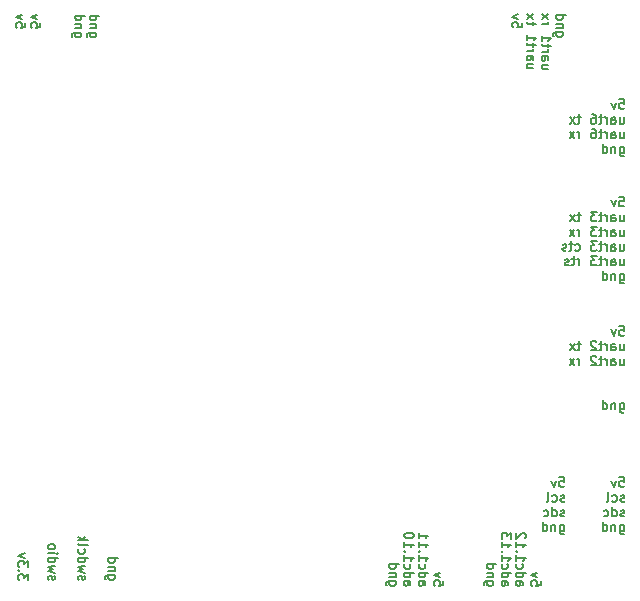
<source format=gbr>
%TF.GenerationSoftware,KiCad,Pcbnew,(6.0.6)*%
%TF.CreationDate,2022-09-02T11:51:31+03:00*%
%TF.ProjectId,FC0,4643302e-6b69-4636-9164-5f7063625858,rev?*%
%TF.SameCoordinates,Original*%
%TF.FileFunction,Legend,Bot*%
%TF.FilePolarity,Positive*%
%FSLAX46Y46*%
G04 Gerber Fmt 4.6, Leading zero omitted, Abs format (unit mm)*
G04 Created by KiCad (PCBNEW (6.0.6)) date 2022-09-02 11:51:31*
%MOMM*%
%LPD*%
G01*
G04 APERTURE LIST*
%ADD10C,0.130000*%
G04 APERTURE END LIST*
D10*
X137625428Y-147972166D02*
X136977809Y-147972166D01*
X136901619Y-148010261D01*
X136863523Y-148048357D01*
X136825428Y-148124547D01*
X136825428Y-148238833D01*
X136863523Y-148315023D01*
X137130190Y-147972166D02*
X137092095Y-148048357D01*
X137092095Y-148200738D01*
X137130190Y-148276928D01*
X137168285Y-148315023D01*
X137244476Y-148353119D01*
X137473047Y-148353119D01*
X137549238Y-148315023D01*
X137587333Y-148276928D01*
X137625428Y-148200738D01*
X137625428Y-148048357D01*
X137587333Y-147972166D01*
X137625428Y-147591214D02*
X137092095Y-147591214D01*
X137549238Y-147591214D02*
X137587333Y-147553119D01*
X137625428Y-147476928D01*
X137625428Y-147362642D01*
X137587333Y-147286452D01*
X137511142Y-147248357D01*
X137092095Y-147248357D01*
X137092095Y-146524547D02*
X137892095Y-146524547D01*
X137130190Y-146524547D02*
X137092095Y-146600738D01*
X137092095Y-146753119D01*
X137130190Y-146829309D01*
X137168285Y-146867404D01*
X137244476Y-146905500D01*
X137473047Y-146905500D01*
X137549238Y-146867404D01*
X137587333Y-146829309D01*
X137625428Y-146753119D01*
X137625428Y-146600738D01*
X137587333Y-146524547D01*
X156608166Y-108677571D02*
X156608166Y-109210904D01*
X156951023Y-108677571D02*
X156951023Y-109096619D01*
X156912928Y-109172809D01*
X156836738Y-109210904D01*
X156722452Y-109210904D01*
X156646261Y-109172809D01*
X156608166Y-109134714D01*
X155884357Y-109210904D02*
X155884357Y-108791857D01*
X155922452Y-108715666D01*
X155998642Y-108677571D01*
X156151023Y-108677571D01*
X156227214Y-108715666D01*
X155884357Y-109172809D02*
X155960547Y-109210904D01*
X156151023Y-109210904D01*
X156227214Y-109172809D01*
X156265309Y-109096619D01*
X156265309Y-109020428D01*
X156227214Y-108944238D01*
X156151023Y-108906142D01*
X155960547Y-108906142D01*
X155884357Y-108868047D01*
X155503404Y-109210904D02*
X155503404Y-108677571D01*
X155503404Y-108829952D02*
X155465309Y-108753761D01*
X155427214Y-108715666D01*
X155351023Y-108677571D01*
X155274833Y-108677571D01*
X155122452Y-108677571D02*
X154817690Y-108677571D01*
X155008166Y-108410904D02*
X155008166Y-109096619D01*
X154970071Y-109172809D01*
X154893880Y-109210904D01*
X154817690Y-109210904D01*
X154208166Y-108410904D02*
X154360547Y-108410904D01*
X154436738Y-108449000D01*
X154474833Y-108487095D01*
X154551023Y-108601380D01*
X154589119Y-108753761D01*
X154589119Y-109058523D01*
X154551023Y-109134714D01*
X154512928Y-109172809D01*
X154436738Y-109210904D01*
X154284357Y-109210904D01*
X154208166Y-109172809D01*
X154170071Y-109134714D01*
X154131976Y-109058523D01*
X154131976Y-108868047D01*
X154170071Y-108791857D01*
X154208166Y-108753761D01*
X154284357Y-108715666D01*
X154436738Y-108715666D01*
X154512928Y-108753761D01*
X154551023Y-108791857D01*
X154589119Y-108868047D01*
X153293880Y-108677571D02*
X152989119Y-108677571D01*
X153179595Y-108410904D02*
X153179595Y-109096619D01*
X153141500Y-109172809D01*
X153065309Y-109210904D01*
X152989119Y-109210904D01*
X152798642Y-109210904D02*
X152379595Y-108677571D01*
X152798642Y-108677571D02*
X152379595Y-109210904D01*
X156570071Y-107160904D02*
X156951023Y-107160904D01*
X156989119Y-107541857D01*
X156951023Y-107503761D01*
X156874833Y-107465666D01*
X156684357Y-107465666D01*
X156608166Y-107503761D01*
X156570071Y-107541857D01*
X156531976Y-107618047D01*
X156531976Y-107808523D01*
X156570071Y-107884714D01*
X156608166Y-107922809D01*
X156684357Y-107960904D01*
X156874833Y-107960904D01*
X156951023Y-107922809D01*
X156989119Y-107884714D01*
X156265309Y-107427571D02*
X156074833Y-107960904D01*
X155884357Y-107427571D01*
X106279095Y-100690071D02*
X106279095Y-101071023D01*
X105898142Y-101109119D01*
X105936238Y-101071023D01*
X105974333Y-100994833D01*
X105974333Y-100804357D01*
X105936238Y-100728166D01*
X105898142Y-100690071D01*
X105821952Y-100651976D01*
X105631476Y-100651976D01*
X105555285Y-100690071D01*
X105517190Y-100728166D01*
X105479095Y-100804357D01*
X105479095Y-100994833D01*
X105517190Y-101071023D01*
X105555285Y-101109119D01*
X106012428Y-100385309D02*
X105479095Y-100194833D01*
X106012428Y-100004357D01*
X149887095Y-147934071D02*
X149887095Y-148315023D01*
X149506142Y-148353119D01*
X149544238Y-148315023D01*
X149582333Y-148238833D01*
X149582333Y-148048357D01*
X149544238Y-147972166D01*
X149506142Y-147934071D01*
X149429952Y-147895976D01*
X149239476Y-147895976D01*
X149163285Y-147934071D01*
X149125190Y-147972166D01*
X149087095Y-148048357D01*
X149087095Y-148238833D01*
X149125190Y-148315023D01*
X149163285Y-148353119D01*
X149620428Y-147629309D02*
X149087095Y-147438833D01*
X149620428Y-147248357D01*
X151769428Y-101490166D02*
X151121809Y-101490166D01*
X151045619Y-101528261D01*
X151007523Y-101566357D01*
X150969428Y-101642547D01*
X150969428Y-101756833D01*
X151007523Y-101833023D01*
X151274190Y-101490166D02*
X151236095Y-101566357D01*
X151236095Y-101718738D01*
X151274190Y-101794928D01*
X151312285Y-101833023D01*
X151388476Y-101871119D01*
X151617047Y-101871119D01*
X151693238Y-101833023D01*
X151731333Y-101794928D01*
X151769428Y-101718738D01*
X151769428Y-101566357D01*
X151731333Y-101490166D01*
X151769428Y-101109214D02*
X151236095Y-101109214D01*
X151693238Y-101109214D02*
X151731333Y-101071119D01*
X151769428Y-100994928D01*
X151769428Y-100880642D01*
X151731333Y-100804452D01*
X151655142Y-100766357D01*
X151236095Y-100766357D01*
X151236095Y-100042547D02*
X152036095Y-100042547D01*
X151274190Y-100042547D02*
X151236095Y-100118738D01*
X151236095Y-100271119D01*
X151274190Y-100347309D01*
X151312285Y-100385404D01*
X151388476Y-100423500D01*
X151617047Y-100423500D01*
X151693238Y-100385404D01*
X151731333Y-100347309D01*
X151769428Y-100271119D01*
X151769428Y-100118738D01*
X151731333Y-100042547D01*
X151909119Y-142426809D02*
X151832928Y-142464904D01*
X151680547Y-142464904D01*
X151604357Y-142426809D01*
X151566261Y-142350619D01*
X151566261Y-142312523D01*
X151604357Y-142236333D01*
X151680547Y-142198238D01*
X151794833Y-142198238D01*
X151871023Y-142160142D01*
X151909119Y-142083952D01*
X151909119Y-142045857D01*
X151871023Y-141969666D01*
X151794833Y-141931571D01*
X151680547Y-141931571D01*
X151604357Y-141969666D01*
X150880547Y-142464904D02*
X150880547Y-141664904D01*
X150880547Y-142426809D02*
X150956738Y-142464904D01*
X151109119Y-142464904D01*
X151185309Y-142426809D01*
X151223404Y-142388714D01*
X151261500Y-142312523D01*
X151261500Y-142083952D01*
X151223404Y-142007761D01*
X151185309Y-141969666D01*
X151109119Y-141931571D01*
X150956738Y-141931571D01*
X150880547Y-141969666D01*
X150156738Y-142426809D02*
X150232928Y-142464904D01*
X150385309Y-142464904D01*
X150461500Y-142426809D01*
X150499595Y-142388714D01*
X150537690Y-142312523D01*
X150537690Y-142083952D01*
X150499595Y-142007761D01*
X150461500Y-141969666D01*
X150385309Y-141931571D01*
X150232928Y-141931571D01*
X150156738Y-141969666D01*
X156608166Y-111177571D02*
X156608166Y-111825190D01*
X156646261Y-111901380D01*
X156684357Y-111939476D01*
X156760547Y-111977571D01*
X156874833Y-111977571D01*
X156951023Y-111939476D01*
X156608166Y-111672809D02*
X156684357Y-111710904D01*
X156836738Y-111710904D01*
X156912928Y-111672809D01*
X156951023Y-111634714D01*
X156989119Y-111558523D01*
X156989119Y-111329952D01*
X156951023Y-111253761D01*
X156912928Y-111215666D01*
X156836738Y-111177571D01*
X156684357Y-111177571D01*
X156608166Y-111215666D01*
X156227214Y-111177571D02*
X156227214Y-111710904D01*
X156227214Y-111253761D02*
X156189119Y-111215666D01*
X156112928Y-111177571D01*
X155998642Y-111177571D01*
X155922452Y-111215666D01*
X155884357Y-111291857D01*
X155884357Y-111710904D01*
X155160547Y-111710904D02*
X155160547Y-110910904D01*
X155160547Y-111672809D02*
X155236738Y-111710904D01*
X155389119Y-111710904D01*
X155465309Y-111672809D01*
X155503404Y-111634714D01*
X155541500Y-111558523D01*
X155541500Y-111329952D01*
X155503404Y-111253761D01*
X155465309Y-111215666D01*
X155389119Y-111177571D01*
X155236738Y-111177571D01*
X155160547Y-111215666D01*
X151528166Y-143181571D02*
X151528166Y-143829190D01*
X151566261Y-143905380D01*
X151604357Y-143943476D01*
X151680547Y-143981571D01*
X151794833Y-143981571D01*
X151871023Y-143943476D01*
X151528166Y-143676809D02*
X151604357Y-143714904D01*
X151756738Y-143714904D01*
X151832928Y-143676809D01*
X151871023Y-143638714D01*
X151909119Y-143562523D01*
X151909119Y-143333952D01*
X151871023Y-143257761D01*
X151832928Y-143219666D01*
X151756738Y-143181571D01*
X151604357Y-143181571D01*
X151528166Y-143219666D01*
X151147214Y-143181571D02*
X151147214Y-143714904D01*
X151147214Y-143257761D02*
X151109119Y-143219666D01*
X151032928Y-143181571D01*
X150918642Y-143181571D01*
X150842452Y-143219666D01*
X150804357Y-143295857D01*
X150804357Y-143714904D01*
X150080547Y-143714904D02*
X150080547Y-142914904D01*
X150080547Y-143676809D02*
X150156738Y-143714904D01*
X150309119Y-143714904D01*
X150385309Y-143676809D01*
X150423404Y-143638714D01*
X150461500Y-143562523D01*
X150461500Y-143333952D01*
X150423404Y-143257761D01*
X150385309Y-143219666D01*
X150309119Y-143181571D01*
X150156738Y-143181571D01*
X150080547Y-143219666D01*
X156608166Y-118192571D02*
X156608166Y-118725904D01*
X156951023Y-118192571D02*
X156951023Y-118611619D01*
X156912928Y-118687809D01*
X156836738Y-118725904D01*
X156722452Y-118725904D01*
X156646261Y-118687809D01*
X156608166Y-118649714D01*
X155884357Y-118725904D02*
X155884357Y-118306857D01*
X155922452Y-118230666D01*
X155998642Y-118192571D01*
X156151023Y-118192571D01*
X156227214Y-118230666D01*
X155884357Y-118687809D02*
X155960547Y-118725904D01*
X156151023Y-118725904D01*
X156227214Y-118687809D01*
X156265309Y-118611619D01*
X156265309Y-118535428D01*
X156227214Y-118459238D01*
X156151023Y-118421142D01*
X155960547Y-118421142D01*
X155884357Y-118383047D01*
X155503404Y-118725904D02*
X155503404Y-118192571D01*
X155503404Y-118344952D02*
X155465309Y-118268761D01*
X155427214Y-118230666D01*
X155351023Y-118192571D01*
X155274833Y-118192571D01*
X155122452Y-118192571D02*
X154817690Y-118192571D01*
X155008166Y-117925904D02*
X155008166Y-118611619D01*
X154970071Y-118687809D01*
X154893880Y-118725904D01*
X154817690Y-118725904D01*
X154627214Y-117925904D02*
X154131976Y-117925904D01*
X154398642Y-118230666D01*
X154284357Y-118230666D01*
X154208166Y-118268761D01*
X154170071Y-118306857D01*
X154131976Y-118383047D01*
X154131976Y-118573523D01*
X154170071Y-118649714D01*
X154208166Y-118687809D01*
X154284357Y-118725904D01*
X154512928Y-118725904D01*
X154589119Y-118687809D01*
X154627214Y-118649714D01*
X153179595Y-118725904D02*
X153179595Y-118192571D01*
X153179595Y-118344952D02*
X153141500Y-118268761D01*
X153103404Y-118230666D01*
X153027214Y-118192571D01*
X152951023Y-118192571D01*
X152760547Y-118725904D02*
X152341500Y-118192571D01*
X152760547Y-118192571D02*
X152341500Y-118725904D01*
X156608166Y-132874571D02*
X156608166Y-133522190D01*
X156646261Y-133598380D01*
X156684357Y-133636476D01*
X156760547Y-133674571D01*
X156874833Y-133674571D01*
X156951023Y-133636476D01*
X156608166Y-133369809D02*
X156684357Y-133407904D01*
X156836738Y-133407904D01*
X156912928Y-133369809D01*
X156951023Y-133331714D01*
X156989119Y-133255523D01*
X156989119Y-133026952D01*
X156951023Y-132950761D01*
X156912928Y-132912666D01*
X156836738Y-132874571D01*
X156684357Y-132874571D01*
X156608166Y-132912666D01*
X156227214Y-132874571D02*
X156227214Y-133407904D01*
X156227214Y-132950761D02*
X156189119Y-132912666D01*
X156112928Y-132874571D01*
X155998642Y-132874571D01*
X155922452Y-132912666D01*
X155884357Y-132988857D01*
X155884357Y-133407904D01*
X155160547Y-133407904D02*
X155160547Y-132607904D01*
X155160547Y-133369809D02*
X155236738Y-133407904D01*
X155389119Y-133407904D01*
X155465309Y-133369809D01*
X155503404Y-133331714D01*
X155541500Y-133255523D01*
X155541500Y-133026952D01*
X155503404Y-132950761D01*
X155465309Y-132912666D01*
X155389119Y-132874571D01*
X155236738Y-132874571D01*
X155160547Y-132912666D01*
X113836428Y-147464166D02*
X113188809Y-147464166D01*
X113112619Y-147502261D01*
X113074523Y-147540357D01*
X113036428Y-147616547D01*
X113036428Y-147730833D01*
X113074523Y-147807023D01*
X113341190Y-147464166D02*
X113303095Y-147540357D01*
X113303095Y-147692738D01*
X113341190Y-147768928D01*
X113379285Y-147807023D01*
X113455476Y-147845119D01*
X113684047Y-147845119D01*
X113760238Y-147807023D01*
X113798333Y-147768928D01*
X113836428Y-147692738D01*
X113836428Y-147540357D01*
X113798333Y-147464166D01*
X113836428Y-147083214D02*
X113303095Y-147083214D01*
X113760238Y-147083214D02*
X113798333Y-147045119D01*
X113836428Y-146968928D01*
X113836428Y-146854642D01*
X113798333Y-146778452D01*
X113722142Y-146740357D01*
X113303095Y-146740357D01*
X113303095Y-146016547D02*
X114103095Y-146016547D01*
X113341190Y-146016547D02*
X113303095Y-146092738D01*
X113303095Y-146245119D01*
X113341190Y-146321309D01*
X113379285Y-146359404D01*
X113455476Y-146397500D01*
X113684047Y-146397500D01*
X113760238Y-146359404D01*
X113798333Y-146321309D01*
X113836428Y-146245119D01*
X113836428Y-146092738D01*
X113798333Y-146016547D01*
X107529095Y-100690071D02*
X107529095Y-101071023D01*
X107148142Y-101109119D01*
X107186238Y-101071023D01*
X107224333Y-100994833D01*
X107224333Y-100804357D01*
X107186238Y-100728166D01*
X107148142Y-100690071D01*
X107071952Y-100651976D01*
X106881476Y-100651976D01*
X106805285Y-100690071D01*
X106767190Y-100728166D01*
X106729095Y-100804357D01*
X106729095Y-100994833D01*
X106767190Y-101071023D01*
X106805285Y-101109119D01*
X107262428Y-100385309D02*
X106729095Y-100194833D01*
X107262428Y-100004357D01*
X156608166Y-143181571D02*
X156608166Y-143829190D01*
X156646261Y-143905380D01*
X156684357Y-143943476D01*
X156760547Y-143981571D01*
X156874833Y-143981571D01*
X156951023Y-143943476D01*
X156608166Y-143676809D02*
X156684357Y-143714904D01*
X156836738Y-143714904D01*
X156912928Y-143676809D01*
X156951023Y-143638714D01*
X156989119Y-143562523D01*
X156989119Y-143333952D01*
X156951023Y-143257761D01*
X156912928Y-143219666D01*
X156836738Y-143181571D01*
X156684357Y-143181571D01*
X156608166Y-143219666D01*
X156227214Y-143181571D02*
X156227214Y-143714904D01*
X156227214Y-143257761D02*
X156189119Y-143219666D01*
X156112928Y-143181571D01*
X155998642Y-143181571D01*
X155922452Y-143219666D01*
X155884357Y-143295857D01*
X155884357Y-143714904D01*
X155160547Y-143714904D02*
X155160547Y-142914904D01*
X155160547Y-143676809D02*
X155236738Y-143714904D01*
X155389119Y-143714904D01*
X155465309Y-143676809D01*
X155503404Y-143638714D01*
X155541500Y-143562523D01*
X155541500Y-143333952D01*
X155503404Y-143257761D01*
X155465309Y-143219666D01*
X155389119Y-143181571D01*
X155236738Y-143181571D01*
X155160547Y-143219666D01*
X150519428Y-104233023D02*
X149986095Y-104233023D01*
X150519428Y-104575880D02*
X150100380Y-104575880D01*
X150024190Y-104537785D01*
X149986095Y-104461595D01*
X149986095Y-104347309D01*
X150024190Y-104271118D01*
X150062285Y-104233023D01*
X149986095Y-103509214D02*
X150405142Y-103509214D01*
X150481333Y-103547309D01*
X150519428Y-103623499D01*
X150519428Y-103775880D01*
X150481333Y-103852071D01*
X150024190Y-103509214D02*
X149986095Y-103585404D01*
X149986095Y-103775880D01*
X150024190Y-103852071D01*
X150100380Y-103890166D01*
X150176571Y-103890166D01*
X150252761Y-103852071D01*
X150290857Y-103775880D01*
X150290857Y-103585404D01*
X150328952Y-103509214D01*
X149986095Y-103128261D02*
X150519428Y-103128261D01*
X150367047Y-103128261D02*
X150443238Y-103090166D01*
X150481333Y-103052071D01*
X150519428Y-102975880D01*
X150519428Y-102899690D01*
X150519428Y-102747309D02*
X150519428Y-102442547D01*
X150786095Y-102633023D02*
X150100380Y-102633023D01*
X150024190Y-102594928D01*
X149986095Y-102518737D01*
X149986095Y-102442547D01*
X149986095Y-101756833D02*
X149986095Y-102213976D01*
X149986095Y-101985404D02*
X150786095Y-101985404D01*
X150671809Y-102061595D01*
X150595619Y-102137785D01*
X150557523Y-102213976D01*
X149986095Y-100804452D02*
X150519428Y-100804452D01*
X150367047Y-100804452D02*
X150443238Y-100766357D01*
X150481333Y-100728261D01*
X150519428Y-100652071D01*
X150519428Y-100575880D01*
X149986095Y-100385404D02*
X150519428Y-99966357D01*
X150519428Y-100385404D02*
X149986095Y-99966357D01*
X111012428Y-101528166D02*
X110364809Y-101528166D01*
X110288619Y-101566261D01*
X110250523Y-101604357D01*
X110212428Y-101680547D01*
X110212428Y-101794833D01*
X110250523Y-101871023D01*
X110517190Y-101528166D02*
X110479095Y-101604357D01*
X110479095Y-101756738D01*
X110517190Y-101832928D01*
X110555285Y-101871023D01*
X110631476Y-101909119D01*
X110860047Y-101909119D01*
X110936238Y-101871023D01*
X110974333Y-101832928D01*
X111012428Y-101756738D01*
X111012428Y-101604357D01*
X110974333Y-101528166D01*
X111012428Y-101147214D02*
X110479095Y-101147214D01*
X110936238Y-101147214D02*
X110974333Y-101109119D01*
X111012428Y-101032928D01*
X111012428Y-100918642D01*
X110974333Y-100842452D01*
X110898142Y-100804357D01*
X110479095Y-100804357D01*
X110479095Y-100080547D02*
X111279095Y-100080547D01*
X110517190Y-100080547D02*
X110479095Y-100156738D01*
X110479095Y-100309119D01*
X110517190Y-100385309D01*
X110555285Y-100423404D01*
X110631476Y-100461500D01*
X110860047Y-100461500D01*
X110936238Y-100423404D01*
X110974333Y-100385309D01*
X111012428Y-100309119D01*
X111012428Y-100156738D01*
X110974333Y-100080547D01*
X156608166Y-127874571D02*
X156608166Y-128407904D01*
X156951023Y-127874571D02*
X156951023Y-128293619D01*
X156912928Y-128369809D01*
X156836738Y-128407904D01*
X156722452Y-128407904D01*
X156646261Y-128369809D01*
X156608166Y-128331714D01*
X155884357Y-128407904D02*
X155884357Y-127988857D01*
X155922452Y-127912666D01*
X155998642Y-127874571D01*
X156151023Y-127874571D01*
X156227214Y-127912666D01*
X155884357Y-128369809D02*
X155960547Y-128407904D01*
X156151023Y-128407904D01*
X156227214Y-128369809D01*
X156265309Y-128293619D01*
X156265309Y-128217428D01*
X156227214Y-128141238D01*
X156151023Y-128103142D01*
X155960547Y-128103142D01*
X155884357Y-128065047D01*
X155503404Y-128407904D02*
X155503404Y-127874571D01*
X155503404Y-128026952D02*
X155465309Y-127950761D01*
X155427214Y-127912666D01*
X155351023Y-127874571D01*
X155274833Y-127874571D01*
X155122452Y-127874571D02*
X154817690Y-127874571D01*
X155008166Y-127607904D02*
X155008166Y-128293619D01*
X154970071Y-128369809D01*
X154893880Y-128407904D01*
X154817690Y-128407904D01*
X154589119Y-127684095D02*
X154551023Y-127646000D01*
X154474833Y-127607904D01*
X154284357Y-127607904D01*
X154208166Y-127646000D01*
X154170071Y-127684095D01*
X154131976Y-127760285D01*
X154131976Y-127836476D01*
X154170071Y-127950761D01*
X154627214Y-128407904D01*
X154131976Y-128407904D01*
X153293880Y-127874571D02*
X152989119Y-127874571D01*
X153179595Y-127607904D02*
X153179595Y-128293619D01*
X153141500Y-128369809D01*
X153065309Y-128407904D01*
X152989119Y-128407904D01*
X152798642Y-128407904D02*
X152379595Y-127874571D01*
X152798642Y-127874571D02*
X152379595Y-128407904D01*
X156570071Y-139164904D02*
X156951023Y-139164904D01*
X156989119Y-139545857D01*
X156951023Y-139507761D01*
X156874833Y-139469666D01*
X156684357Y-139469666D01*
X156608166Y-139507761D01*
X156570071Y-139545857D01*
X156531976Y-139622047D01*
X156531976Y-139812523D01*
X156570071Y-139888714D01*
X156608166Y-139926809D01*
X156684357Y-139964904D01*
X156874833Y-139964904D01*
X156951023Y-139926809D01*
X156989119Y-139888714D01*
X156265309Y-139431571D02*
X156074833Y-139964904D01*
X155884357Y-139431571D01*
X112262428Y-101528166D02*
X111614809Y-101528166D01*
X111538619Y-101566261D01*
X111500523Y-101604357D01*
X111462428Y-101680547D01*
X111462428Y-101794833D01*
X111500523Y-101871023D01*
X111767190Y-101528166D02*
X111729095Y-101604357D01*
X111729095Y-101756738D01*
X111767190Y-101832928D01*
X111805285Y-101871023D01*
X111881476Y-101909119D01*
X112110047Y-101909119D01*
X112186238Y-101871023D01*
X112224333Y-101832928D01*
X112262428Y-101756738D01*
X112262428Y-101604357D01*
X112224333Y-101528166D01*
X112262428Y-101147214D02*
X111729095Y-101147214D01*
X112186238Y-101147214D02*
X112224333Y-101109119D01*
X112262428Y-101032928D01*
X112262428Y-100918642D01*
X112224333Y-100842452D01*
X112148142Y-100804357D01*
X111729095Y-100804357D01*
X111729095Y-100080547D02*
X112529095Y-100080547D01*
X111767190Y-100080547D02*
X111729095Y-100156738D01*
X111729095Y-100309119D01*
X111767190Y-100385309D01*
X111805285Y-100423404D01*
X111881476Y-100461500D01*
X112110047Y-100461500D01*
X112186238Y-100423404D01*
X112224333Y-100385309D01*
X112262428Y-100309119D01*
X112262428Y-100156738D01*
X112224333Y-100080547D01*
X138342095Y-147972166D02*
X138761142Y-147972166D01*
X138837333Y-148010261D01*
X138875428Y-148086452D01*
X138875428Y-148238833D01*
X138837333Y-148315023D01*
X138380190Y-147972166D02*
X138342095Y-148048357D01*
X138342095Y-148238833D01*
X138380190Y-148315023D01*
X138456380Y-148353119D01*
X138532571Y-148353119D01*
X138608761Y-148315023D01*
X138646857Y-148238833D01*
X138646857Y-148048357D01*
X138684952Y-147972166D01*
X138342095Y-147248357D02*
X139142095Y-147248357D01*
X138380190Y-147248357D02*
X138342095Y-147324547D01*
X138342095Y-147476928D01*
X138380190Y-147553119D01*
X138418285Y-147591214D01*
X138494476Y-147629309D01*
X138723047Y-147629309D01*
X138799238Y-147591214D01*
X138837333Y-147553119D01*
X138875428Y-147476928D01*
X138875428Y-147324547D01*
X138837333Y-147248357D01*
X138380190Y-146524547D02*
X138342095Y-146600738D01*
X138342095Y-146753119D01*
X138380190Y-146829309D01*
X138418285Y-146867404D01*
X138494476Y-146905500D01*
X138723047Y-146905500D01*
X138799238Y-146867404D01*
X138837333Y-146829309D01*
X138875428Y-146753119D01*
X138875428Y-146600738D01*
X138837333Y-146524547D01*
X138342095Y-145762642D02*
X138342095Y-146219785D01*
X138342095Y-145991214D02*
X139142095Y-145991214D01*
X139027809Y-146067404D01*
X138951619Y-146143595D01*
X138913523Y-146219785D01*
X138418285Y-145419785D02*
X138380190Y-145381690D01*
X138342095Y-145419785D01*
X138380190Y-145457880D01*
X138418285Y-145419785D01*
X138342095Y-145419785D01*
X138342095Y-144619785D02*
X138342095Y-145076928D01*
X138342095Y-144848357D02*
X139142095Y-144848357D01*
X139027809Y-144924547D01*
X138951619Y-145000738D01*
X138913523Y-145076928D01*
X139142095Y-144124547D02*
X139142095Y-144048357D01*
X139104000Y-143972166D01*
X139065904Y-143934071D01*
X138989714Y-143895976D01*
X138837333Y-143857880D01*
X138646857Y-143857880D01*
X138494476Y-143895976D01*
X138418285Y-143934071D01*
X138380190Y-143972166D01*
X138342095Y-144048357D01*
X138342095Y-144124547D01*
X138380190Y-144200738D01*
X138418285Y-144238833D01*
X138494476Y-144276928D01*
X138646857Y-144315023D01*
X138837333Y-144315023D01*
X138989714Y-144276928D01*
X139065904Y-144238833D01*
X139104000Y-144200738D01*
X139142095Y-144124547D01*
X149269428Y-104194927D02*
X148736095Y-104194927D01*
X149269428Y-104537784D02*
X148850380Y-104537784D01*
X148774190Y-104499689D01*
X148736095Y-104423499D01*
X148736095Y-104309213D01*
X148774190Y-104233022D01*
X148812285Y-104194927D01*
X148736095Y-103471118D02*
X149155142Y-103471118D01*
X149231333Y-103509213D01*
X149269428Y-103585403D01*
X149269428Y-103737784D01*
X149231333Y-103813975D01*
X148774190Y-103471118D02*
X148736095Y-103547308D01*
X148736095Y-103737784D01*
X148774190Y-103813975D01*
X148850380Y-103852070D01*
X148926571Y-103852070D01*
X149002761Y-103813975D01*
X149040857Y-103737784D01*
X149040857Y-103547308D01*
X149078952Y-103471118D01*
X148736095Y-103090165D02*
X149269428Y-103090165D01*
X149117047Y-103090165D02*
X149193238Y-103052070D01*
X149231333Y-103013975D01*
X149269428Y-102937784D01*
X149269428Y-102861594D01*
X149269428Y-102709213D02*
X149269428Y-102404451D01*
X149536095Y-102594927D02*
X148850380Y-102594927D01*
X148774190Y-102556832D01*
X148736095Y-102480641D01*
X148736095Y-102404451D01*
X148736095Y-101718737D02*
X148736095Y-102175880D01*
X148736095Y-101947308D02*
X149536095Y-101947308D01*
X149421809Y-102023499D01*
X149345619Y-102099689D01*
X149307523Y-102175880D01*
X149269428Y-100880641D02*
X149269428Y-100575880D01*
X149536095Y-100766356D02*
X148850380Y-100766356D01*
X148774190Y-100728261D01*
X148736095Y-100652070D01*
X148736095Y-100575880D01*
X148736095Y-100385403D02*
X149269428Y-99966356D01*
X149269428Y-100385403D02*
X148736095Y-99966356D01*
X156570071Y-126357904D02*
X156951023Y-126357904D01*
X156989119Y-126738857D01*
X156951023Y-126700761D01*
X156874833Y-126662666D01*
X156684357Y-126662666D01*
X156608166Y-126700761D01*
X156570071Y-126738857D01*
X156531976Y-126815047D01*
X156531976Y-127005523D01*
X156570071Y-127081714D01*
X156608166Y-127119809D01*
X156684357Y-127157904D01*
X156874833Y-127157904D01*
X156951023Y-127119809D01*
X156989119Y-127081714D01*
X156265309Y-126624571D02*
X156074833Y-127157904D01*
X155884357Y-126624571D01*
X108261190Y-147845119D02*
X108223095Y-147768928D01*
X108223095Y-147616547D01*
X108261190Y-147540357D01*
X108337380Y-147502261D01*
X108375476Y-147502261D01*
X108451666Y-147540357D01*
X108489761Y-147616547D01*
X108489761Y-147730833D01*
X108527857Y-147807023D01*
X108604047Y-147845119D01*
X108642142Y-147845119D01*
X108718333Y-147807023D01*
X108756428Y-147730833D01*
X108756428Y-147616547D01*
X108718333Y-147540357D01*
X108756428Y-147235595D02*
X108223095Y-147083214D01*
X108604047Y-146930833D01*
X108223095Y-146778452D01*
X108756428Y-146626071D01*
X108223095Y-145978452D02*
X109023095Y-145978452D01*
X108261190Y-145978452D02*
X108223095Y-146054642D01*
X108223095Y-146207023D01*
X108261190Y-146283214D01*
X108299285Y-146321309D01*
X108375476Y-146359404D01*
X108604047Y-146359404D01*
X108680238Y-146321309D01*
X108718333Y-146283214D01*
X108756428Y-146207023D01*
X108756428Y-146054642D01*
X108718333Y-145978452D01*
X108223095Y-145597500D02*
X108756428Y-145597500D01*
X109023095Y-145597500D02*
X108985000Y-145635595D01*
X108946904Y-145597500D01*
X108985000Y-145559404D01*
X109023095Y-145597500D01*
X108946904Y-145597500D01*
X108223095Y-145102261D02*
X108261190Y-145178452D01*
X108299285Y-145216547D01*
X108375476Y-145254642D01*
X108604047Y-145254642D01*
X108680238Y-145216547D01*
X108718333Y-145178452D01*
X108756428Y-145102261D01*
X108756428Y-144987976D01*
X108718333Y-144911785D01*
X108680238Y-144873690D01*
X108604047Y-144835595D01*
X108375476Y-144835595D01*
X108299285Y-144873690D01*
X108261190Y-144911785D01*
X108223095Y-144987976D01*
X108223095Y-145102261D01*
X156608166Y-119442571D02*
X156608166Y-119975904D01*
X156951023Y-119442571D02*
X156951023Y-119861619D01*
X156912928Y-119937809D01*
X156836738Y-119975904D01*
X156722452Y-119975904D01*
X156646261Y-119937809D01*
X156608166Y-119899714D01*
X155884357Y-119975904D02*
X155884357Y-119556857D01*
X155922452Y-119480666D01*
X155998642Y-119442571D01*
X156151023Y-119442571D01*
X156227214Y-119480666D01*
X155884357Y-119937809D02*
X155960547Y-119975904D01*
X156151023Y-119975904D01*
X156227214Y-119937809D01*
X156265309Y-119861619D01*
X156265309Y-119785428D01*
X156227214Y-119709238D01*
X156151023Y-119671142D01*
X155960547Y-119671142D01*
X155884357Y-119633047D01*
X155503404Y-119975904D02*
X155503404Y-119442571D01*
X155503404Y-119594952D02*
X155465309Y-119518761D01*
X155427214Y-119480666D01*
X155351023Y-119442571D01*
X155274833Y-119442571D01*
X155122452Y-119442571D02*
X154817690Y-119442571D01*
X155008166Y-119175904D02*
X155008166Y-119861619D01*
X154970071Y-119937809D01*
X154893880Y-119975904D01*
X154817690Y-119975904D01*
X154627214Y-119175904D02*
X154131976Y-119175904D01*
X154398642Y-119480666D01*
X154284357Y-119480666D01*
X154208166Y-119518761D01*
X154170071Y-119556857D01*
X154131976Y-119633047D01*
X154131976Y-119823523D01*
X154170071Y-119899714D01*
X154208166Y-119937809D01*
X154284357Y-119975904D01*
X154512928Y-119975904D01*
X154589119Y-119937809D01*
X154627214Y-119899714D01*
X152836738Y-119937809D02*
X152912928Y-119975904D01*
X153065309Y-119975904D01*
X153141500Y-119937809D01*
X153179595Y-119899714D01*
X153217690Y-119823523D01*
X153217690Y-119594952D01*
X153179595Y-119518761D01*
X153141500Y-119480666D01*
X153065309Y-119442571D01*
X152912928Y-119442571D01*
X152836738Y-119480666D01*
X152608166Y-119442571D02*
X152303404Y-119442571D01*
X152493880Y-119175904D02*
X152493880Y-119861619D01*
X152455785Y-119937809D01*
X152379595Y-119975904D01*
X152303404Y-119975904D01*
X152074833Y-119937809D02*
X151998642Y-119975904D01*
X151846261Y-119975904D01*
X151770071Y-119937809D01*
X151731976Y-119861619D01*
X151731976Y-119823523D01*
X151770071Y-119747333D01*
X151846261Y-119709238D01*
X151960547Y-119709238D01*
X152036738Y-119671142D01*
X152074833Y-119594952D01*
X152074833Y-119556857D01*
X152036738Y-119480666D01*
X151960547Y-119442571D01*
X151846261Y-119442571D01*
X151770071Y-119480666D01*
X156989119Y-141176809D02*
X156912928Y-141214904D01*
X156760547Y-141214904D01*
X156684357Y-141176809D01*
X156646261Y-141100619D01*
X156646261Y-141062523D01*
X156684357Y-140986333D01*
X156760547Y-140948238D01*
X156874833Y-140948238D01*
X156951023Y-140910142D01*
X156989119Y-140833952D01*
X156989119Y-140795857D01*
X156951023Y-140719666D01*
X156874833Y-140681571D01*
X156760547Y-140681571D01*
X156684357Y-140719666D01*
X155960547Y-141176809D02*
X156036738Y-141214904D01*
X156189119Y-141214904D01*
X156265309Y-141176809D01*
X156303404Y-141138714D01*
X156341500Y-141062523D01*
X156341500Y-140833952D01*
X156303404Y-140757761D01*
X156265309Y-140719666D01*
X156189119Y-140681571D01*
X156036738Y-140681571D01*
X155960547Y-140719666D01*
X155503404Y-141214904D02*
X155579595Y-141176809D01*
X155617690Y-141100619D01*
X155617690Y-140414904D01*
X156608166Y-120692571D02*
X156608166Y-121225904D01*
X156951023Y-120692571D02*
X156951023Y-121111619D01*
X156912928Y-121187809D01*
X156836738Y-121225904D01*
X156722452Y-121225904D01*
X156646261Y-121187809D01*
X156608166Y-121149714D01*
X155884357Y-121225904D02*
X155884357Y-120806857D01*
X155922452Y-120730666D01*
X155998642Y-120692571D01*
X156151023Y-120692571D01*
X156227214Y-120730666D01*
X155884357Y-121187809D02*
X155960547Y-121225904D01*
X156151023Y-121225904D01*
X156227214Y-121187809D01*
X156265309Y-121111619D01*
X156265309Y-121035428D01*
X156227214Y-120959238D01*
X156151023Y-120921142D01*
X155960547Y-120921142D01*
X155884357Y-120883047D01*
X155503404Y-121225904D02*
X155503404Y-120692571D01*
X155503404Y-120844952D02*
X155465309Y-120768761D01*
X155427214Y-120730666D01*
X155351023Y-120692571D01*
X155274833Y-120692571D01*
X155122452Y-120692571D02*
X154817690Y-120692571D01*
X155008166Y-120425904D02*
X155008166Y-121111619D01*
X154970071Y-121187809D01*
X154893880Y-121225904D01*
X154817690Y-121225904D01*
X154627214Y-120425904D02*
X154131976Y-120425904D01*
X154398642Y-120730666D01*
X154284357Y-120730666D01*
X154208166Y-120768761D01*
X154170071Y-120806857D01*
X154131976Y-120883047D01*
X154131976Y-121073523D01*
X154170071Y-121149714D01*
X154208166Y-121187809D01*
X154284357Y-121225904D01*
X154512928Y-121225904D01*
X154589119Y-121187809D01*
X154627214Y-121149714D01*
X153179595Y-121225904D02*
X153179595Y-120692571D01*
X153179595Y-120844952D02*
X153141500Y-120768761D01*
X153103404Y-120730666D01*
X153027214Y-120692571D01*
X152951023Y-120692571D01*
X152798642Y-120692571D02*
X152493880Y-120692571D01*
X152684357Y-120425904D02*
X152684357Y-121111619D01*
X152646261Y-121187809D01*
X152570071Y-121225904D01*
X152493880Y-121225904D01*
X152265309Y-121187809D02*
X152189119Y-121225904D01*
X152036738Y-121225904D01*
X151960547Y-121187809D01*
X151922452Y-121111619D01*
X151922452Y-121073523D01*
X151960547Y-120997333D01*
X152036738Y-120959238D01*
X152151023Y-120959238D01*
X152227214Y-120921142D01*
X152265309Y-120844952D01*
X152265309Y-120806857D01*
X152227214Y-120730666D01*
X152151023Y-120692571D01*
X152036738Y-120692571D01*
X151960547Y-120730666D01*
X110801190Y-147845119D02*
X110763095Y-147768928D01*
X110763095Y-147616547D01*
X110801190Y-147540357D01*
X110877380Y-147502261D01*
X110915476Y-147502261D01*
X110991666Y-147540357D01*
X111029761Y-147616547D01*
X111029761Y-147730833D01*
X111067857Y-147807023D01*
X111144047Y-147845119D01*
X111182142Y-147845119D01*
X111258333Y-147807023D01*
X111296428Y-147730833D01*
X111296428Y-147616547D01*
X111258333Y-147540357D01*
X111296428Y-147235595D02*
X110763095Y-147083214D01*
X111144047Y-146930833D01*
X110763095Y-146778452D01*
X111296428Y-146626071D01*
X110763095Y-145978452D02*
X111563095Y-145978452D01*
X110801190Y-145978452D02*
X110763095Y-146054642D01*
X110763095Y-146207023D01*
X110801190Y-146283214D01*
X110839285Y-146321309D01*
X110915476Y-146359404D01*
X111144047Y-146359404D01*
X111220238Y-146321309D01*
X111258333Y-146283214D01*
X111296428Y-146207023D01*
X111296428Y-146054642D01*
X111258333Y-145978452D01*
X110801190Y-145254642D02*
X110763095Y-145330833D01*
X110763095Y-145483214D01*
X110801190Y-145559404D01*
X110839285Y-145597500D01*
X110915476Y-145635595D01*
X111144047Y-145635595D01*
X111220238Y-145597500D01*
X111258333Y-145559404D01*
X111296428Y-145483214D01*
X111296428Y-145330833D01*
X111258333Y-145254642D01*
X110763095Y-144797500D02*
X110801190Y-144873690D01*
X110877380Y-144911785D01*
X111563095Y-144911785D01*
X110763095Y-144492738D02*
X111563095Y-144492738D01*
X111067857Y-144416547D02*
X110763095Y-144187976D01*
X111296428Y-144187976D02*
X110991666Y-144492738D01*
X139592095Y-147972166D02*
X140011142Y-147972166D01*
X140087333Y-148010261D01*
X140125428Y-148086452D01*
X140125428Y-148238833D01*
X140087333Y-148315023D01*
X139630190Y-147972166D02*
X139592095Y-148048357D01*
X139592095Y-148238833D01*
X139630190Y-148315023D01*
X139706380Y-148353119D01*
X139782571Y-148353119D01*
X139858761Y-148315023D01*
X139896857Y-148238833D01*
X139896857Y-148048357D01*
X139934952Y-147972166D01*
X139592095Y-147248357D02*
X140392095Y-147248357D01*
X139630190Y-147248357D02*
X139592095Y-147324547D01*
X139592095Y-147476928D01*
X139630190Y-147553119D01*
X139668285Y-147591214D01*
X139744476Y-147629309D01*
X139973047Y-147629309D01*
X140049238Y-147591214D01*
X140087333Y-147553119D01*
X140125428Y-147476928D01*
X140125428Y-147324547D01*
X140087333Y-147248357D01*
X139630190Y-146524547D02*
X139592095Y-146600738D01*
X139592095Y-146753119D01*
X139630190Y-146829309D01*
X139668285Y-146867404D01*
X139744476Y-146905500D01*
X139973047Y-146905500D01*
X140049238Y-146867404D01*
X140087333Y-146829309D01*
X140125428Y-146753119D01*
X140125428Y-146600738D01*
X140087333Y-146524547D01*
X139592095Y-145762642D02*
X139592095Y-146219785D01*
X139592095Y-145991214D02*
X140392095Y-145991214D01*
X140277809Y-146067404D01*
X140201619Y-146143595D01*
X140163523Y-146219785D01*
X139668285Y-145419785D02*
X139630190Y-145381690D01*
X139592095Y-145419785D01*
X139630190Y-145457880D01*
X139668285Y-145419785D01*
X139592095Y-145419785D01*
X139592095Y-144619785D02*
X139592095Y-145076928D01*
X139592095Y-144848357D02*
X140392095Y-144848357D01*
X140277809Y-144924547D01*
X140201619Y-145000738D01*
X140163523Y-145076928D01*
X139592095Y-143857880D02*
X139592095Y-144315023D01*
X139592095Y-144086452D02*
X140392095Y-144086452D01*
X140277809Y-144162642D01*
X140201619Y-144238833D01*
X140163523Y-144315023D01*
X156989119Y-142426809D02*
X156912928Y-142464904D01*
X156760547Y-142464904D01*
X156684357Y-142426809D01*
X156646261Y-142350619D01*
X156646261Y-142312523D01*
X156684357Y-142236333D01*
X156760547Y-142198238D01*
X156874833Y-142198238D01*
X156951023Y-142160142D01*
X156989119Y-142083952D01*
X156989119Y-142045857D01*
X156951023Y-141969666D01*
X156874833Y-141931571D01*
X156760547Y-141931571D01*
X156684357Y-141969666D01*
X155960547Y-142464904D02*
X155960547Y-141664904D01*
X155960547Y-142426809D02*
X156036738Y-142464904D01*
X156189119Y-142464904D01*
X156265309Y-142426809D01*
X156303404Y-142388714D01*
X156341500Y-142312523D01*
X156341500Y-142083952D01*
X156303404Y-142007761D01*
X156265309Y-141969666D01*
X156189119Y-141931571D01*
X156036738Y-141931571D01*
X155960547Y-141969666D01*
X155236738Y-142426809D02*
X155312928Y-142464904D01*
X155465309Y-142464904D01*
X155541500Y-142426809D01*
X155579595Y-142388714D01*
X155617690Y-142312523D01*
X155617690Y-142083952D01*
X155579595Y-142007761D01*
X155541500Y-141969666D01*
X155465309Y-141931571D01*
X155312928Y-141931571D01*
X155236738Y-141969666D01*
X147837095Y-147972166D02*
X148256142Y-147972166D01*
X148332333Y-148010261D01*
X148370428Y-148086452D01*
X148370428Y-148238833D01*
X148332333Y-148315023D01*
X147875190Y-147972166D02*
X147837095Y-148048357D01*
X147837095Y-148238833D01*
X147875190Y-148315023D01*
X147951380Y-148353119D01*
X148027571Y-148353119D01*
X148103761Y-148315023D01*
X148141857Y-148238833D01*
X148141857Y-148048357D01*
X148179952Y-147972166D01*
X147837095Y-147248357D02*
X148637095Y-147248357D01*
X147875190Y-147248357D02*
X147837095Y-147324547D01*
X147837095Y-147476928D01*
X147875190Y-147553119D01*
X147913285Y-147591214D01*
X147989476Y-147629309D01*
X148218047Y-147629309D01*
X148294238Y-147591214D01*
X148332333Y-147553119D01*
X148370428Y-147476928D01*
X148370428Y-147324547D01*
X148332333Y-147248357D01*
X147875190Y-146524547D02*
X147837095Y-146600738D01*
X147837095Y-146753119D01*
X147875190Y-146829309D01*
X147913285Y-146867404D01*
X147989476Y-146905500D01*
X148218047Y-146905500D01*
X148294238Y-146867404D01*
X148332333Y-146829309D01*
X148370428Y-146753119D01*
X148370428Y-146600738D01*
X148332333Y-146524547D01*
X147837095Y-145762642D02*
X147837095Y-146219785D01*
X147837095Y-145991214D02*
X148637095Y-145991214D01*
X148522809Y-146067404D01*
X148446619Y-146143595D01*
X148408523Y-146219785D01*
X147913285Y-145419785D02*
X147875190Y-145381690D01*
X147837095Y-145419785D01*
X147875190Y-145457880D01*
X147913285Y-145419785D01*
X147837095Y-145419785D01*
X147837095Y-144619785D02*
X147837095Y-145076928D01*
X147837095Y-144848357D02*
X148637095Y-144848357D01*
X148522809Y-144924547D01*
X148446619Y-145000738D01*
X148408523Y-145076928D01*
X148560904Y-144315023D02*
X148599000Y-144276928D01*
X148637095Y-144200738D01*
X148637095Y-144010261D01*
X148599000Y-143934071D01*
X148560904Y-143895976D01*
X148484714Y-143857880D01*
X148408523Y-143857880D01*
X148294238Y-143895976D01*
X147837095Y-144353119D01*
X147837095Y-143857880D01*
X141642095Y-147934071D02*
X141642095Y-148315023D01*
X141261142Y-148353119D01*
X141299238Y-148315023D01*
X141337333Y-148238833D01*
X141337333Y-148048357D01*
X141299238Y-147972166D01*
X141261142Y-147934071D01*
X141184952Y-147895976D01*
X140994476Y-147895976D01*
X140918285Y-147934071D01*
X140880190Y-147972166D01*
X140842095Y-148048357D01*
X140842095Y-148238833D01*
X140880190Y-148315023D01*
X140918285Y-148353119D01*
X141375428Y-147629309D02*
X140842095Y-147438833D01*
X141375428Y-147248357D01*
X156608166Y-121942571D02*
X156608166Y-122590190D01*
X156646261Y-122666380D01*
X156684357Y-122704476D01*
X156760547Y-122742571D01*
X156874833Y-122742571D01*
X156951023Y-122704476D01*
X156608166Y-122437809D02*
X156684357Y-122475904D01*
X156836738Y-122475904D01*
X156912928Y-122437809D01*
X156951023Y-122399714D01*
X156989119Y-122323523D01*
X156989119Y-122094952D01*
X156951023Y-122018761D01*
X156912928Y-121980666D01*
X156836738Y-121942571D01*
X156684357Y-121942571D01*
X156608166Y-121980666D01*
X156227214Y-121942571D02*
X156227214Y-122475904D01*
X156227214Y-122018761D02*
X156189119Y-121980666D01*
X156112928Y-121942571D01*
X155998642Y-121942571D01*
X155922452Y-121980666D01*
X155884357Y-122056857D01*
X155884357Y-122475904D01*
X155160547Y-122475904D02*
X155160547Y-121675904D01*
X155160547Y-122437809D02*
X155236738Y-122475904D01*
X155389119Y-122475904D01*
X155465309Y-122437809D01*
X155503404Y-122399714D01*
X155541500Y-122323523D01*
X155541500Y-122094952D01*
X155503404Y-122018761D01*
X155465309Y-121980666D01*
X155389119Y-121942571D01*
X155236738Y-121942571D01*
X155160547Y-121980666D01*
X106483095Y-147883214D02*
X106483095Y-147387976D01*
X106178333Y-147654642D01*
X106178333Y-147540357D01*
X106140238Y-147464166D01*
X106102142Y-147426071D01*
X106025952Y-147387976D01*
X105835476Y-147387976D01*
X105759285Y-147426071D01*
X105721190Y-147464166D01*
X105683095Y-147540357D01*
X105683095Y-147768928D01*
X105721190Y-147845119D01*
X105759285Y-147883214D01*
X105759285Y-147045119D02*
X105721190Y-147007023D01*
X105683095Y-147045119D01*
X105721190Y-147083214D01*
X105759285Y-147045119D01*
X105683095Y-147045119D01*
X106483095Y-146740357D02*
X106483095Y-146245119D01*
X106178333Y-146511785D01*
X106178333Y-146397500D01*
X106140238Y-146321309D01*
X106102142Y-146283214D01*
X106025952Y-146245119D01*
X105835476Y-146245119D01*
X105759285Y-146283214D01*
X105721190Y-146321309D01*
X105683095Y-146397500D01*
X105683095Y-146626071D01*
X105721190Y-146702261D01*
X105759285Y-146740357D01*
X106216428Y-145978452D02*
X105683095Y-145787976D01*
X106216428Y-145597500D01*
X148286095Y-100652071D02*
X148286095Y-101033023D01*
X147905142Y-101071119D01*
X147943238Y-101033023D01*
X147981333Y-100956833D01*
X147981333Y-100766357D01*
X147943238Y-100690166D01*
X147905142Y-100652071D01*
X147828952Y-100613976D01*
X147638476Y-100613976D01*
X147562285Y-100652071D01*
X147524190Y-100690166D01*
X147486095Y-100766357D01*
X147486095Y-100956833D01*
X147524190Y-101033023D01*
X147562285Y-101071119D01*
X148019428Y-100347309D02*
X147486095Y-100156833D01*
X148019428Y-99966357D01*
X146587095Y-147972166D02*
X147006142Y-147972166D01*
X147082333Y-148010261D01*
X147120428Y-148086452D01*
X147120428Y-148238833D01*
X147082333Y-148315023D01*
X146625190Y-147972166D02*
X146587095Y-148048357D01*
X146587095Y-148238833D01*
X146625190Y-148315023D01*
X146701380Y-148353119D01*
X146777571Y-148353119D01*
X146853761Y-148315023D01*
X146891857Y-148238833D01*
X146891857Y-148048357D01*
X146929952Y-147972166D01*
X146587095Y-147248357D02*
X147387095Y-147248357D01*
X146625190Y-147248357D02*
X146587095Y-147324547D01*
X146587095Y-147476928D01*
X146625190Y-147553119D01*
X146663285Y-147591214D01*
X146739476Y-147629309D01*
X146968047Y-147629309D01*
X147044238Y-147591214D01*
X147082333Y-147553119D01*
X147120428Y-147476928D01*
X147120428Y-147324547D01*
X147082333Y-147248357D01*
X146625190Y-146524547D02*
X146587095Y-146600738D01*
X146587095Y-146753119D01*
X146625190Y-146829309D01*
X146663285Y-146867404D01*
X146739476Y-146905500D01*
X146968047Y-146905500D01*
X147044238Y-146867404D01*
X147082333Y-146829309D01*
X147120428Y-146753119D01*
X147120428Y-146600738D01*
X147082333Y-146524547D01*
X146587095Y-145762642D02*
X146587095Y-146219785D01*
X146587095Y-145991214D02*
X147387095Y-145991214D01*
X147272809Y-146067404D01*
X147196619Y-146143595D01*
X147158523Y-146219785D01*
X146663285Y-145419785D02*
X146625190Y-145381690D01*
X146587095Y-145419785D01*
X146625190Y-145457880D01*
X146663285Y-145419785D01*
X146587095Y-145419785D01*
X146587095Y-144619785D02*
X146587095Y-145076928D01*
X146587095Y-144848357D02*
X147387095Y-144848357D01*
X147272809Y-144924547D01*
X147196619Y-145000738D01*
X147158523Y-145076928D01*
X147387095Y-144353119D02*
X147387095Y-143857880D01*
X147082333Y-144124547D01*
X147082333Y-144010261D01*
X147044238Y-143934071D01*
X147006142Y-143895976D01*
X146929952Y-143857880D01*
X146739476Y-143857880D01*
X146663285Y-143895976D01*
X146625190Y-143934071D01*
X146587095Y-144010261D01*
X146587095Y-144238833D01*
X146625190Y-144315023D01*
X146663285Y-144353119D01*
X156608166Y-109927571D02*
X156608166Y-110460904D01*
X156951023Y-109927571D02*
X156951023Y-110346619D01*
X156912928Y-110422809D01*
X156836738Y-110460904D01*
X156722452Y-110460904D01*
X156646261Y-110422809D01*
X156608166Y-110384714D01*
X155884357Y-110460904D02*
X155884357Y-110041857D01*
X155922452Y-109965666D01*
X155998642Y-109927571D01*
X156151023Y-109927571D01*
X156227214Y-109965666D01*
X155884357Y-110422809D02*
X155960547Y-110460904D01*
X156151023Y-110460904D01*
X156227214Y-110422809D01*
X156265309Y-110346619D01*
X156265309Y-110270428D01*
X156227214Y-110194238D01*
X156151023Y-110156142D01*
X155960547Y-110156142D01*
X155884357Y-110118047D01*
X155503404Y-110460904D02*
X155503404Y-109927571D01*
X155503404Y-110079952D02*
X155465309Y-110003761D01*
X155427214Y-109965666D01*
X155351023Y-109927571D01*
X155274833Y-109927571D01*
X155122452Y-109927571D02*
X154817690Y-109927571D01*
X155008166Y-109660904D02*
X155008166Y-110346619D01*
X154970071Y-110422809D01*
X154893880Y-110460904D01*
X154817690Y-110460904D01*
X154208166Y-109660904D02*
X154360547Y-109660904D01*
X154436738Y-109699000D01*
X154474833Y-109737095D01*
X154551023Y-109851380D01*
X154589119Y-110003761D01*
X154589119Y-110308523D01*
X154551023Y-110384714D01*
X154512928Y-110422809D01*
X154436738Y-110460904D01*
X154284357Y-110460904D01*
X154208166Y-110422809D01*
X154170071Y-110384714D01*
X154131976Y-110308523D01*
X154131976Y-110118047D01*
X154170071Y-110041857D01*
X154208166Y-110003761D01*
X154284357Y-109965666D01*
X154436738Y-109965666D01*
X154512928Y-110003761D01*
X154551023Y-110041857D01*
X154589119Y-110118047D01*
X153179595Y-110460904D02*
X153179595Y-109927571D01*
X153179595Y-110079952D02*
X153141500Y-110003761D01*
X153103404Y-109965666D01*
X153027214Y-109927571D01*
X152951023Y-109927571D01*
X152760547Y-110460904D02*
X152341500Y-109927571D01*
X152760547Y-109927571D02*
X152341500Y-110460904D01*
X151909119Y-141176809D02*
X151832928Y-141214904D01*
X151680547Y-141214904D01*
X151604357Y-141176809D01*
X151566261Y-141100619D01*
X151566261Y-141062523D01*
X151604357Y-140986333D01*
X151680547Y-140948238D01*
X151794833Y-140948238D01*
X151871023Y-140910142D01*
X151909119Y-140833952D01*
X151909119Y-140795857D01*
X151871023Y-140719666D01*
X151794833Y-140681571D01*
X151680547Y-140681571D01*
X151604357Y-140719666D01*
X150880547Y-141176809D02*
X150956738Y-141214904D01*
X151109119Y-141214904D01*
X151185309Y-141176809D01*
X151223404Y-141138714D01*
X151261500Y-141062523D01*
X151261500Y-140833952D01*
X151223404Y-140757761D01*
X151185309Y-140719666D01*
X151109119Y-140681571D01*
X150956738Y-140681571D01*
X150880547Y-140719666D01*
X150423404Y-141214904D02*
X150499595Y-141176809D01*
X150537690Y-141100619D01*
X150537690Y-140414904D01*
X156608166Y-116942571D02*
X156608166Y-117475904D01*
X156951023Y-116942571D02*
X156951023Y-117361619D01*
X156912928Y-117437809D01*
X156836738Y-117475904D01*
X156722452Y-117475904D01*
X156646261Y-117437809D01*
X156608166Y-117399714D01*
X155884357Y-117475904D02*
X155884357Y-117056857D01*
X155922452Y-116980666D01*
X155998642Y-116942571D01*
X156151023Y-116942571D01*
X156227214Y-116980666D01*
X155884357Y-117437809D02*
X155960547Y-117475904D01*
X156151023Y-117475904D01*
X156227214Y-117437809D01*
X156265309Y-117361619D01*
X156265309Y-117285428D01*
X156227214Y-117209238D01*
X156151023Y-117171142D01*
X155960547Y-117171142D01*
X155884357Y-117133047D01*
X155503404Y-117475904D02*
X155503404Y-116942571D01*
X155503404Y-117094952D02*
X155465309Y-117018761D01*
X155427214Y-116980666D01*
X155351023Y-116942571D01*
X155274833Y-116942571D01*
X155122452Y-116942571D02*
X154817690Y-116942571D01*
X155008166Y-116675904D02*
X155008166Y-117361619D01*
X154970071Y-117437809D01*
X154893880Y-117475904D01*
X154817690Y-117475904D01*
X154627214Y-116675904D02*
X154131976Y-116675904D01*
X154398642Y-116980666D01*
X154284357Y-116980666D01*
X154208166Y-117018761D01*
X154170071Y-117056857D01*
X154131976Y-117133047D01*
X154131976Y-117323523D01*
X154170071Y-117399714D01*
X154208166Y-117437809D01*
X154284357Y-117475904D01*
X154512928Y-117475904D01*
X154589119Y-117437809D01*
X154627214Y-117399714D01*
X153293880Y-116942571D02*
X152989119Y-116942571D01*
X153179595Y-116675904D02*
X153179595Y-117361619D01*
X153141500Y-117437809D01*
X153065309Y-117475904D01*
X152989119Y-117475904D01*
X152798642Y-117475904D02*
X152379595Y-116942571D01*
X152798642Y-116942571D02*
X152379595Y-117475904D01*
X156608166Y-129124571D02*
X156608166Y-129657904D01*
X156951023Y-129124571D02*
X156951023Y-129543619D01*
X156912928Y-129619809D01*
X156836738Y-129657904D01*
X156722452Y-129657904D01*
X156646261Y-129619809D01*
X156608166Y-129581714D01*
X155884357Y-129657904D02*
X155884357Y-129238857D01*
X155922452Y-129162666D01*
X155998642Y-129124571D01*
X156151023Y-129124571D01*
X156227214Y-129162666D01*
X155884357Y-129619809D02*
X155960547Y-129657904D01*
X156151023Y-129657904D01*
X156227214Y-129619809D01*
X156265309Y-129543619D01*
X156265309Y-129467428D01*
X156227214Y-129391238D01*
X156151023Y-129353142D01*
X155960547Y-129353142D01*
X155884357Y-129315047D01*
X155503404Y-129657904D02*
X155503404Y-129124571D01*
X155503404Y-129276952D02*
X155465309Y-129200761D01*
X155427214Y-129162666D01*
X155351023Y-129124571D01*
X155274833Y-129124571D01*
X155122452Y-129124571D02*
X154817690Y-129124571D01*
X155008166Y-128857904D02*
X155008166Y-129543619D01*
X154970071Y-129619809D01*
X154893880Y-129657904D01*
X154817690Y-129657904D01*
X154589119Y-128934095D02*
X154551023Y-128896000D01*
X154474833Y-128857904D01*
X154284357Y-128857904D01*
X154208166Y-128896000D01*
X154170071Y-128934095D01*
X154131976Y-129010285D01*
X154131976Y-129086476D01*
X154170071Y-129200761D01*
X154627214Y-129657904D01*
X154131976Y-129657904D01*
X153179595Y-129657904D02*
X153179595Y-129124571D01*
X153179595Y-129276952D02*
X153141500Y-129200761D01*
X153103404Y-129162666D01*
X153027214Y-129124571D01*
X152951023Y-129124571D01*
X152760547Y-129657904D02*
X152341500Y-129124571D01*
X152760547Y-129124571D02*
X152341500Y-129657904D01*
X156570071Y-115425904D02*
X156951023Y-115425904D01*
X156989119Y-115806857D01*
X156951023Y-115768761D01*
X156874833Y-115730666D01*
X156684357Y-115730666D01*
X156608166Y-115768761D01*
X156570071Y-115806857D01*
X156531976Y-115883047D01*
X156531976Y-116073523D01*
X156570071Y-116149714D01*
X156608166Y-116187809D01*
X156684357Y-116225904D01*
X156874833Y-116225904D01*
X156951023Y-116187809D01*
X156989119Y-116149714D01*
X156265309Y-115692571D02*
X156074833Y-116225904D01*
X155884357Y-115692571D01*
X151490071Y-139164904D02*
X151871023Y-139164904D01*
X151909119Y-139545857D01*
X151871023Y-139507761D01*
X151794833Y-139469666D01*
X151604357Y-139469666D01*
X151528166Y-139507761D01*
X151490071Y-139545857D01*
X151451976Y-139622047D01*
X151451976Y-139812523D01*
X151490071Y-139888714D01*
X151528166Y-139926809D01*
X151604357Y-139964904D01*
X151794833Y-139964904D01*
X151871023Y-139926809D01*
X151909119Y-139888714D01*
X151185309Y-139431571D02*
X150994833Y-139964904D01*
X150804357Y-139431571D01*
X145870428Y-147972166D02*
X145222809Y-147972166D01*
X145146619Y-148010261D01*
X145108523Y-148048357D01*
X145070428Y-148124547D01*
X145070428Y-148238833D01*
X145108523Y-148315023D01*
X145375190Y-147972166D02*
X145337095Y-148048357D01*
X145337095Y-148200738D01*
X145375190Y-148276928D01*
X145413285Y-148315023D01*
X145489476Y-148353119D01*
X145718047Y-148353119D01*
X145794238Y-148315023D01*
X145832333Y-148276928D01*
X145870428Y-148200738D01*
X145870428Y-148048357D01*
X145832333Y-147972166D01*
X145870428Y-147591214D02*
X145337095Y-147591214D01*
X145794238Y-147591214D02*
X145832333Y-147553119D01*
X145870428Y-147476928D01*
X145870428Y-147362642D01*
X145832333Y-147286452D01*
X145756142Y-147248357D01*
X145337095Y-147248357D01*
X145337095Y-146524547D02*
X146137095Y-146524547D01*
X145375190Y-146524547D02*
X145337095Y-146600738D01*
X145337095Y-146753119D01*
X145375190Y-146829309D01*
X145413285Y-146867404D01*
X145489476Y-146905500D01*
X145718047Y-146905500D01*
X145794238Y-146867404D01*
X145832333Y-146829309D01*
X145870428Y-146753119D01*
X145870428Y-146600738D01*
X145832333Y-146524547D01*
M02*

</source>
